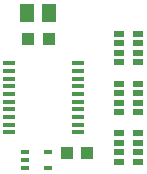
<source format=gtp>
G04 EAGLE Gerber X2 export*
%TF.Part,Single*%
%TF.FileFunction,Other,padmask top*%
%TF.FilePolarity,Positive*%
%TF.GenerationSoftware,Autodesk,EAGLE,9.6.2*%
%TF.CreationDate,2020-07-07T11:12:48Z*%
G75*
%MOMM*%
%FSLAX34Y34*%
%LPD*%
%INpadmask top*%
%AMOC8*
5,1,8,0,0,1.08239X$1,22.5*%
G01*
%ADD10R,0.900000X0.500000*%
%ADD11R,1.300000X1.500000*%
%ADD12R,1.100000X1.000000*%
%ADD13R,0.990600X0.304800*%
%ADD14R,0.800000X0.350000*%


D10*
X135500Y106000D03*
X135500Y98000D03*
X135500Y90000D03*
X135500Y82000D03*
X151500Y82000D03*
X151500Y90000D03*
X151500Y98000D03*
X151500Y106000D03*
X135500Y64000D03*
X135500Y56000D03*
X135500Y48000D03*
X135500Y40000D03*
X151500Y40000D03*
X151500Y48000D03*
X151500Y56000D03*
X151500Y64000D03*
X135500Y22000D03*
X135500Y14000D03*
X135500Y6000D03*
X135500Y-2000D03*
X151500Y-2000D03*
X151500Y6000D03*
X151500Y14000D03*
X151500Y22000D03*
D11*
X76000Y124000D03*
X57000Y124000D03*
D12*
X75500Y101500D03*
X58500Y101500D03*
D13*
X42322Y81250D03*
X42322Y74750D03*
X42322Y68250D03*
X42322Y61750D03*
X42322Y55250D03*
X42322Y48750D03*
X42322Y42250D03*
X42322Y35750D03*
X42322Y29250D03*
X42322Y22750D03*
X100678Y22750D03*
X100678Y29250D03*
X100678Y35750D03*
X100678Y42250D03*
X100678Y48750D03*
X100678Y55250D03*
X100678Y61750D03*
X100678Y68250D03*
X100678Y74750D03*
X100678Y81250D03*
D14*
X74750Y-7250D03*
X74750Y5750D03*
X55750Y5750D03*
X55750Y-750D03*
X55750Y-7250D03*
D12*
X91000Y5500D03*
X108000Y5500D03*
M02*

</source>
